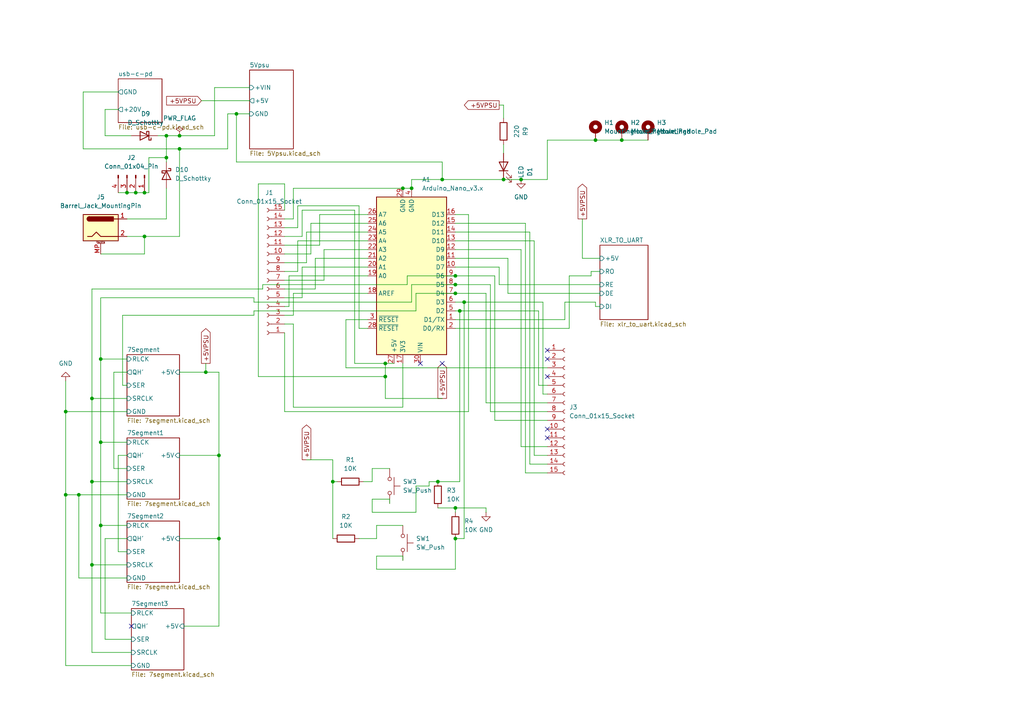
<source format=kicad_sch>
(kicad_sch (version 20231120) (generator "eeschema") (generator_version "8.0")
  (paper "A4")
  (lib_symbols
    (symbol "Connector:Barrel_Jack_MountingPin" (pin_names hide)
      (property "Reference" "J" (at 0 5.334 0))
      (property "Value" "Barrel_Jack_MountingPin" (at 1.27 -6.35 0))
      (symbol "Barrel_Jack_MountingPin_0_1"
        (rectangle (start -5.08 3.81) (end 5.08 -3.81) (stroke (width 0.254)) (fill (type background)))
        (arc (start -3.302 3.175) (mid -3.9343 2.54) (end -3.302 1.905) (stroke (width 0.254)))
        (arc (start -3.302 3.175) (mid -3.9343 2.54) (end -3.302 1.905) (stroke (width 0.254)) (fill (type outline)))
        (polyline (pts (xy 5.08 2.54) (xy 3.81 2.54)) (stroke (width 0.254)))
        (polyline (pts (xy -3.81 -2.54) (xy -2.54 -2.54) (xy -1.27 -1.27) (xy 0 -2.54) (xy 2.54 -2.54) (xy 5.08 -2.54)) (stroke (width 0.254)))
        (rectangle (start 3.683 3.175) (end -3.302 1.905) (stroke (width 0.254)) (fill (type outline)))
      )
      (symbol "Barrel_Jack_MountingPin_1_1"
        (polyline (pts (xy -1.016 -4.572) (xy 1.016 -4.572)) (stroke (width 0.1524)))
        (text "Mounting" (at 0 -4.191 0) (effects (font (size 0.381 0.381))))
        (pin passive line (at 7.62 2.54 180) (length 2.54) (name "~") (number "1"))
        (pin passive line (at 7.62 -2.54 180) (length 2.54) (name "~") (number "2"))
        (pin passive line (at 0 -7.62 90) (length 3.048) (name "MountPin") (number "MP"))
      )
    )
    (symbol "Connector:Conn_01x04_Pin" (pin_names (offset 1.016) hide)
      (property "Reference" "J" (at 0 5.08 0))
      (property "Value" "Conn_01x04_Pin" (at 0 -7.62 0))
      (symbol "Conn_01x04_Pin_1_1"
        (polyline (pts (xy 1.27 -5.08) (xy 0.8636 -5.08)) (stroke (width 0.1524)))
        (polyline (pts (xy 1.27 -2.54) (xy 0.8636 -2.54)) (stroke (width 0.1524)))
        (polyline (pts (xy 1.27 0) (xy 0.8636 0)) (stroke (width 0.1524)))
        (polyline (pts (xy 1.27 2.54) (xy 0.8636 2.54)) (stroke (width 0.1524)))
        (rectangle (start 0.8636 -4.953) (end 0 -5.207) (stroke (width 0.1524)) (fill (type outline)))
        (rectangle (start 0.8636 -2.413) (end 0 -2.667) (stroke (width 0.1524)) (fill (type outline)))
        (rectangle (start 0.8636 0.127) (end 0 -0.127) (stroke (width 0.1524)) (fill (type outline)))
        (rectangle (start 0.8636 2.667) (end 0 2.413) (stroke (width 0.1524)) (fill (type outline)))
        (pin passive line (at 5.08 2.54 180) (length 3.81) (name "Pin_1") (number "1"))
        (pin passive line (at 5.08 0 180) (length 3.81) (name "Pin_2") (number "2"))
        (pin passive line (at 5.08 -2.54 180) (length 3.81) (name "Pin_3") (number "3"))
        (pin passive line (at 5.08 -5.08 180) (length 3.81) (name "Pin_4") (number "4"))
      )
    )
    (symbol "Connector:Conn_01x15_Socket" (pin_names (offset 1.016) hide)
      (property "Reference" "J" (at 0 20.32 0))
      (property "Value" "Conn_01x15_Socket" (at 0 -20.32 0))
      (symbol "Conn_01x15_Socket_1_1"
        (arc (start 0 -17.272) (mid -0.5058 -17.78) (end 0 -18.288) (stroke (width 0.1524)))
        (arc (start 0 -14.732) (mid -0.5058 -15.24) (end 0 -15.748) (stroke (width 0.1524)))
        (arc (start 0 -12.192) (mid -0.5058 -12.7) (end 0 -13.208) (stroke (width 0.1524)))
        (arc (start 0 -9.652) (mid -0.5058 -10.16) (end 0 -10.668) (stroke (width 0.1524)))
        (arc (start 0 -7.112) (mid -0.5058 -7.62) (end 0 -8.128) (stroke (width 0.1524)))
        (arc (start 0 -4.572) (mid -0.5058 -5.08) (end 0 -5.588) (stroke (width 0.1524)))
        (arc (start 0 -2.032) (mid -0.5058 -2.54) (end 0 -3.048) (stroke (width 0.1524)))
        (polyline (pts (xy -1.27 -17.78) (xy -0.508 -17.78)) (stroke (width 0.1524)))
        (polyline (pts (xy -1.27 -15.24) (xy -0.508 -15.24)) (stroke (width 0.1524)))
        (polyline (pts (xy -1.27 -12.7) (xy -0.508 -12.7)) (stroke (width 0.1524)))
        (polyline (pts (xy -1.27 -10.16) (xy -0.508 -10.16)) (stroke (width 0.1524)))
        (polyline (pts (xy -1.27 -7.62) (xy -0.508 -7.62)) (stroke (width 0.1524)))
        (polyline (pts (xy -1.27 -5.08) (xy -0.508 -5.08)) (stroke (width 0.1524)))
        (polyline (pts (xy -1.27 -2.54) (xy -0.508 -2.54)) (stroke (width 0.1524)))
        (polyline (pts (xy -1.27 0) (xy -0.508 0)) (stroke (width 0.1524)))
        (polyline (pts (xy -1.27 2.54) (xy -0.508 2.54)) (stroke (width 0.1524)))
        (polyline (pts (xy -1.27 5.08) (xy -0.508 5.08)) (stroke (width 0.1524)))
        (polyline (pts (xy -1.27 7.62) (xy -0.508 7.62)) (stroke (width 0.1524)))
        (polyline (pts (xy -1.27 10.16) (xy -0.508 10.16)) (stroke (width 0.1524)))
        (polyline (pts (xy -1.27 12.7) (xy -0.508 12.7)) (stroke (width 0.1524)))
        (polyline (pts (xy -1.27 15.24) (xy -0.508 15.24)) (stroke (width 0.1524)))
        (polyline (pts (xy -1.27 17.78) (xy -0.508 17.78)) (stroke (width 0.1524)))
        (arc (start 0 0.508) (mid -0.5058 0) (end 0 -0.508) (stroke (width 0.1524)))
        (arc (start 0 3.048) (mid -0.5058 2.54) (end 0 2.032) (stroke (width 0.1524)))
        (arc (start 0 5.588) (mid -0.5058 5.08) (end 0 4.572) (stroke (width 0.1524)))
        (arc (start 0 8.128) (mid -0.5058 7.62) (end 0 7.112) (stroke (width 0.1524)))
        (arc (start 0 10.668) (mid -0.5058 10.16) (end 0 9.652) (stroke (width 0.1524)))
        (arc (start 0 13.208) (mid -0.5058 12.7) (end 0 12.192) (stroke (width 0.1524)))
        (arc (start 0 15.748) (mid -0.5058 15.24) (end 0 14.732) (stroke (width 0.1524)))
        (arc (start 0 18.288) (mid -0.5058 17.78) (end 0 17.272) (stroke (width 0.1524)))
        (pin passive line (at -5.08 17.78 0) (length 3.81) (name "Pin_1") (number "1"))
        (pin passive line (at -5.08 -5.08 0) (length 3.81) (name "Pin_10") (number "10"))
        (pin passive line (at -5.08 -7.62 0) (length 3.81) (name "Pin_11") (number "11"))
        (pin passive line (at -5.08 -10.16 0) (length 3.81) (name "Pin_12") (number "12"))
        (pin passive line (at -5.08 -12.7 0) (length 3.81) (name "Pin_13") (number "13"))
        (pin passive line (at -5.08 -15.24 0) (length 3.81) (name "Pin_14") (number "14"))
        (pin passive line (at -5.08 -17.78 0) (length 3.81) (name "Pin_15") (number "15"))
        (pin passive line (at -5.08 15.24 0) (length 3.81) (name "Pin_2") (number "2"))
        (pin passive line (at -5.08 12.7 0) (length 3.81) (name "Pin_3") (number "3"))
        (pin passive line (at -5.08 10.16 0) (length 3.81) (name "Pin_4") (number "4"))
        (pin passive line (at -5.08 7.62 0) (length 3.81) (name "Pin_5") (number "5"))
        (pin passive line (at -5.08 5.08 0) (length 3.81) (name "Pin_6") (number "6"))
        (pin passive line (at -5.08 2.54 0) (length 3.81) (name "Pin_7") (number "7"))
        (pin passive line (at -5.08 0 0) (length 3.81) (name "Pin_8") (number "8"))
        (pin passive line (at -5.08 -2.54 0) (length 3.81) (name "Pin_9") (number "9"))
      )
    )
    (symbol "Device:D_Schottky" (pin_numbers hide) (pin_names (offset 1.016) hide)
      (property "Reference" "D" (at 0 2.54 0))
      (property "Value" "D_Schottky" (at 0 -2.54 0))
      (symbol "D_Schottky_0_1"
        (polyline (pts (xy 1.27 0) (xy -1.27 0)))
        (polyline (pts (xy 1.27 1.27) (xy 1.27 -1.27) (xy -1.27 0) (xy 1.27 1.27)) (stroke (width 0.254)))
        (polyline (pts (xy -1.905 0.635) (xy -1.905 1.27) (xy -1.27 1.27) (xy -1.27 -1.27) (xy -0.635 -1.27) (xy -0.635 -0.635)) (stroke (width 0.254)))
      )
      (symbol "D_Schottky_1_1"
        (pin passive line (at -3.81 0 0) (length 2.54) (name "K") (number "1"))
        (pin passive line (at 3.81 0 180) (length 2.54) (name "A") (number "2"))
      )
    )
    (symbol "Device:LED" (pin_numbers hide) (pin_names (offset 1.016) hide)
      (property "Reference" "D" (at 0 2.54 0))
      (property "Value" "LED" (at 0 -2.54 0))
      (symbol "LED_0_1"
        (polyline (pts (xy -1.27 -1.27) (xy -1.27 1.27)) (stroke (width 0.254)))
        (polyline (pts (xy -1.27 0) (xy 1.27 0)))
        (polyline (pts (xy 1.27 -1.27) (xy 1.27 1.27) (xy -1.27 0) (xy 1.27 -1.27)) (stroke (width 0.254)))
        (polyline (pts (xy -3.048 -0.762) (xy -4.572 -2.286) (xy -3.81 -2.286) (xy -4.572 -2.286) (xy -4.572 -1.524)))
        (polyline (pts (xy -1.778 -0.762) (xy -3.302 -2.286) (xy -2.54 -2.286) (xy -3.302 -2.286) (xy -3.302 -1.524)))
      )
      (symbol "LED_1_1"
        (pin passive line (at -3.81 0 0) (length 2.54) (name "K") (number "1"))
        (pin passive line (at 3.81 0 180) (length 2.54) (name "A") (number "2"))
      )
    )
    (symbol "Device:R" (pin_numbers hide) (pin_names (offset 0))
      (property "Reference" "R" (at 2.032 0 90))
      (property "Value" "R" (at 0 0 90))
      (symbol "R_0_1"
        (rectangle (start -1.016 -2.54) (end 1.016 2.54) (stroke (width 0.254)))
      )
      (symbol "R_1_1"
        (pin passive line (at 0 3.81 270) (length 1.27) (name "~") (number "1"))
        (pin passive line (at 0 -3.81 90) (length 1.27) (name "~") (number "2"))
      )
    )
    (symbol "MCU_Module:Arduino_Nano_v3.x"
      (property "Reference" "A" (at -10.16 23.495 0))
      (property "Value" "Arduino_Nano_v3.x" (at 5.08 -24.13 0))
      (symbol "Arduino_Nano_v3.x_0_1"
        (rectangle (start -10.16 22.86) (end 10.16 -22.86) (stroke (width 0.254)) (fill (type background)))
      )
      (symbol "Arduino_Nano_v3.x_1_1"
        (pin bidirectional line (at -12.7 12.7 0) (length 2.54) (name "D1/TX") (number "1"))
        (pin bidirectional line (at -12.7 -2.54 0) (length 2.54) (name "D7") (number "10"))
        (pin bidirectional line (at -12.7 -5.08 0) (length 2.54) (name "D8") (number "11"))
        (pin bidirectional line (at -12.7 -7.62 0) (length 2.54) (name "D9") (number "12"))
        (pin bidirectional line (at -12.7 -10.16 0) (length 2.54) (name "D10") (number "13"))
        (pin bidirectional line (at -12.7 -12.7 0) (length 2.54) (name "D11") (number "14"))
        (pin bidirectional line (at -12.7 -15.24 0) (length 2.54) (name "D12") (number "15"))
        (pin bidirectional line (at -12.7 -17.78 0) (length 2.54) (name "D13") (number "16"))
        (pin power_out line (at 2.54 25.4 270) (length 2.54) (name "3V3") (number "17"))
        (pin input line (at 12.7 5.08 180) (length 2.54) (name "AREF") (number "18"))
        (pin bidirectional line (at 12.7 0 180) (length 2.54) (name "A0") (number "19"))
        (pin bidirectional line (at -12.7 15.24 0) (length 2.54) (name "D0/RX") (number "2"))
        (pin bidirectional line (at 12.7 -2.54 180) (length 2.54) (name "A1") (number "20"))
        (pin bidirectional line (at 12.7 -5.08 180) (length 2.54) (name "A2") (number "21"))
        (pin bidirectional line (at 12.7 -7.62 180) (length 2.54) (name "A3") (number "22"))
        (pin bidirectional line (at 12.7 -10.16 180) (length 2.54) (name "A4") (number "23"))
        (pin bidirectional line (at 12.7 -12.7 180) (length 2.54) (name "A5") (number "24"))
        (pin bidirectional line (at 12.7 -15.24 180) (length 2.54) (name "A6") (number "25"))
        (pin bidirectional line (at 12.7 -17.78 180) (length 2.54) (name "A7") (number "26"))
        (pin power_out line (at 5.08 25.4 270) (length 2.54) (name "+5V") (number "27"))
        (pin input line (at 12.7 15.24 180) (length 2.54) (name "~{RESET}") (number "28"))
        (pin power_in line (at 2.54 -25.4 90) (length 2.54) (name "GND") (number "29"))
        (pin input line (at 12.7 12.7 180) (length 2.54) (name "~{RESET}") (number "3"))
        (pin power_in line (at -2.54 25.4 270) (length 2.54) (name "VIN") (number "30"))
        (pin power_in line (at 0 -25.4 90) (length 2.54) (name "GND") (number "4"))
        (pin bidirectional line (at -12.7 10.16 0) (length 2.54) (name "D2") (number "5"))
        (pin bidirectional line (at -12.7 7.62 0) (length 2.54) (name "D3") (number "6"))
        (pin bidirectional line (at -12.7 5.08 0) (length 2.54) (name "D4") (number "7"))
        (pin bidirectional line (at -12.7 2.54 0) (length 2.54) (name "D5") (number "8"))
        (pin bidirectional line (at -12.7 0 0) (length 2.54) (name "D6") (number "9"))
      )
    )
    (symbol "Mechanical:MountingHole_Pad" (pin_numbers hide) (pin_names (offset 1.016) hide) (exclude_from_sim yes) (in_bom no)
      (property "Reference" "H" (at 0 6.35 0))
      (property "Value" "MountingHole_Pad" (at 0 4.445 0))
      (symbol "MountingHole_Pad_0_1"
        (circle (center 0 1.27) (radius 1.27) (stroke (width 1.27)))
      )
      (symbol "MountingHole_Pad_1_1"
        (pin input line (at 0 -2.54 90) (length 2.54) (name "1") (number "1"))
      )
    )
    (symbol "Switch:SW_Push" (pin_numbers hide) (pin_names (offset 1.016) hide)
      (property "Reference" "SW" (at 1.27 2.54 0))
      (property "Value" "SW_Push" (at 0 -1.524 0))
      (symbol "SW_Push_0_1"
        (circle (center -2.032 0) (radius 0.508))
        (polyline (pts (xy 0 1.27) (xy 0 3.048)))
        (polyline (pts (xy 2.54 1.27) (xy -2.54 1.27)))
        (circle (center 2.032 0) (radius 0.508))
        (pin passive line (at -5.08 0 0) (length 2.54) (name "1") (number "1"))
        (pin passive line (at 5.08 0 180) (length 2.54) (name "2") (number "2"))
      )
    )
    (symbol "power:GND" (power) (pin_numbers hide) (pin_names (offset 0) hide)
      (property "Value" "GND" (at 0 -3.81 0))
      (symbol "GND_0_1"
        (polyline (pts (xy 0 0) (xy 0 -1.27) (xy 1.27 -1.27) (xy 0 -2.54) (xy -1.27 -1.27) (xy 0 -1.27)))
      )
      (symbol "GND_1_1"
        (pin power_in line (at 0 0 270) (length 0) (name "~") (number "1"))
      )
    )
    (symbol "power:PWR_FLAG" (power) (pin_numbers hide) (pin_names (offset 0) hide)
      (property "Value" "PWR_FLAG" (at 0 3.81 0))
      (symbol "PWR_FLAG_0_0"
        (pin power_out line (at 0 0 90) (length 0) (name "~") (number "1"))
      )
      (symbol "PWR_FLAG_0_1"
        (polyline (pts (xy 0 0) (xy 0 1.27) (xy -1.016 1.905) (xy 0 2.54) (xy 1.016 1.905) (xy 0 1.27)))
      )
    )
  )
  (junction (at 48.26 39.37))
  (junction (at 19.05 143.51))
  (junction (at 111.76 109.22))
  (junction (at 41.91 68.58))
  (junction (at 36.83 55.88))
  (junction (at 63.5 156.21))
  (junction (at 68.58 33.02))
  (junction (at 26.67 139.7))
  (junction (at 29.21 152.4))
  (junction (at 41.91 55.88))
  (junction (at 39.37 55.88))
  (junction (at 111.76 105.41))
  (junction (at 134.62 87.63))
  (junction (at 59.69 107.95))
  (junction (at 52.07 43.18))
  (junction (at 96.52 139.7))
  (junction (at 172.72 40.64))
  (junction (at 151.13 52.07))
  (junction (at 180.34 40.64))
  (junction (at 19.05 119.38))
  (junction (at 52.07 39.37))
  (junction (at 26.67 163.83))
  (junction (at 48.26 45.72))
  (junction (at 29.21 104.14))
  (junction (at 132.08 80.01))
  (junction (at 29.21 128.27))
  (junction (at 22.86 143.51))
  (junction (at 128.27 52.07))
  (junction (at 116.84 54.61))
  (junction (at 119.38 54.61))
  (junction (at 133.35 90.17))
  (junction (at 127 139.7))
  (junction (at 146.05 52.07))
  (junction (at 132.08 82.55))
  (junction (at 63.5 132.08))
  (junction (at 132.08 156.21))
  (junction (at 132.08 147.32))
  (junction (at 132.08 85.09))
  (junction (at 26.67 115.57))
  (no_connect (at 128.27 105.41))
  (no_connect (at 158.75 104.14))
  (no_connect (at 121.92 105.41))
  (no_connect (at 158.75 124.46))
  (no_connect (at 38.1 181.61))
  (no_connect (at 158.75 109.22))
  (no_connect (at 158.75 127))
  (no_connect (at 158.75 101.6))
  (wire (pts (xy 26.67 115.57) (xy 26.67 139.7)))
  (wire (pts (xy 38.1 185.42) (xy 30.48 185.42)))
  (wire (pts (xy 68.58 33.02) (xy 72.39 33.02)))
  (wire (pts (xy 93.98 81.28) (xy 82.55 81.28)))
  (wire (pts (xy 48.26 39.37) (xy 48.26 45.72)))
  (wire (pts (xy 36.83 107.95) (xy 33.02 107.95)))
  (wire (pts (xy 144.78 77.47) (xy 144.78 82.55)))
  (wire (pts (xy 85.09 91.44) (xy 82.55 91.44)))
  (wire (pts (xy 85.09 118.11) (xy 85.09 93.98)))
  (wire (pts (xy 22.86 167.64) (xy 22.86 143.51)))
  (wire (pts (xy 124.46 140.97) (xy 124.46 139.7)))
  (wire (pts (xy 29.21 152.4) (xy 36.83 152.4)))
  (wire (pts (xy 52.07 156.21) (xy 63.5 156.21)))
  (wire (pts (xy 82.55 119.38) (xy 82.55 96.52)))
  (wire (pts (xy 52.07 107.95) (xy 59.69 107.95)))
  (wire (pts (xy 111.76 115.57) (xy 128.27 115.57)))
  (wire (pts (xy 19.05 143.51) (xy 19.05 119.38)))
  (wire (pts (xy 154.94 132.08) (xy 158.75 132.08)))
  (wire (pts (xy 106.68 67.31) (xy 88.9 67.31)))
  (wire (pts (xy 29.21 73.66) (xy 41.91 73.66)))
  (wire (pts (xy 140.97 116.84) (xy 158.75 116.84)))
  (wire (pts (xy 33.02 107.95) (xy 33.02 135.89)))
  (wire (pts (xy 180.34 40.64) (xy 187.96 40.64)))
  (wire (pts (xy 151.13 72.39) (xy 151.13 129.54)))
  (wire (pts (xy 63.5 156.21) (xy 63.5 181.61)))
  (wire (pts (xy 119.38 87.63) (xy 119.38 82.55)))
  (wire (pts (xy 109.22 165.1) (xy 132.08 165.1)))
  (wire (pts (xy 29.21 104.14) (xy 29.21 128.27)))
  (wire (pts (xy 68.58 46.99) (xy 68.58 33.02)))
  (wire (pts (xy 48.26 54.61) (xy 48.26 63.5)))
  (wire (pts (xy 119.38 54.61) (xy 119.38 52.07)))
  (wire (pts (xy 35.56 91.44) (xy 35.56 111.76)))
  (wire (pts (xy 102.87 60.96) (xy 87.63 60.96)))
  (wire (pts (xy 109.22 152.4) (xy 109.22 156.21)))
  (wire (pts (xy 134.62 87.63) (xy 157.48 87.63)))
  (wire (pts (xy 116.84 118.11) (xy 85.09 118.11)))
  (wire (pts (xy 29.21 86.36) (xy 29.21 104.14)))
  (wire (pts (xy 144.78 30.48) (xy 146.05 30.48)))
  (wire (pts (xy 132.08 90.17) (xy 133.35 90.17)))
  (wire (pts (xy 124.46 139.7) (xy 127 139.7)))
  (wire (pts (xy 74.93 109.22) (xy 111.76 109.22)))
  (wire (pts (xy 132.08 87.63) (xy 134.62 87.63)))
  (wire (pts (xy 82.55 53.34) (xy 74.93 53.34)))
  (wire (pts (xy 104.14 59.69) (xy 86.36 59.69)))
  (wire (pts (xy 157.48 87.63) (xy 157.48 114.3)))
  (wire (pts (xy 104.14 95.25) (xy 104.14 59.69)))
  (wire (pts (xy 132.08 156.21) (xy 134.62 156.21)))
  (wire (pts (xy 62.23 25.4) (xy 62.23 39.37)))
  (wire (pts (xy 52.07 43.18) (xy 52.07 68.58)))
  (wire (pts (xy 147.32 85.09) (xy 173.99 85.09)))
  (wire (pts (xy 133.35 90.17) (xy 156.21 90.17)))
  (wire (pts (xy 85.09 93.98) (xy 82.55 93.98)))
  (wire (pts (xy 62.23 25.4) (xy 72.39 25.4)))
  (wire (pts (xy 100.33 106.68) (xy 158.75 106.68)))
  (wire (pts (xy 36.83 111.76) (xy 35.56 111.76)))
  (wire (pts (xy 86.36 78.74) (xy 82.55 78.74)))
  (wire (pts (xy 132.08 74.93) (xy 147.32 74.93)))
  (wire (pts (xy 106.68 74.93) (xy 91.44 74.93)))
  (wire (pts (xy 171.45 78.74) (xy 171.45 80.01)))
  (wire (pts (xy 29.21 128.27) (xy 36.83 128.27)))
  (wire (pts (xy 52.07 43.18) (xy 66.04 43.18)))
  (wire (pts (xy 22.86 143.51) (xy 19.05 143.51)))
  (wire (pts (xy 59.69 107.95) (xy 63.5 107.95)))
  (wire (pts (xy 106.68 85.09) (xy 85.09 85.09)))
  (wire (pts (xy 87.63 77.47) (xy 87.63 86.36)))
  (wire (pts (xy 29.21 128.27) (xy 29.21 152.4)))
  (wire (pts (xy 144.78 82.55) (xy 173.99 82.55)))
  (wire (pts (xy 36.83 63.5) (xy 48.26 63.5)))
  (wire (pts (xy 104.14 156.21) (xy 109.22 156.21)))
  (wire (pts (xy 132.08 77.47) (xy 144.78 77.47)))
  (wire (pts (xy 113.03 135.89) (xy 107.95 135.89)))
  (wire (pts (xy 165.1 80.01) (xy 165.1 95.25)))
  (wire (pts (xy 127 147.32) (xy 132.08 147.32)))
  (wire (pts (xy 58.42 29.21) (xy 72.39 29.21)))
  (wire (pts (xy 88.9 67.31) (xy 88.9 76.2)))
  (wire (pts (xy 146.05 52.07) (xy 128.27 52.07)))
  (wire (pts (xy 88.9 133.35) (xy 96.52 133.35)))
  (wire (pts (xy 86.36 69.85) (xy 86.36 78.74)))
  (wire (pts (xy 132.08 62.23) (xy 135.89 62.23)))
  (wire (pts (xy 111.76 105.41) (xy 111.76 109.22)))
  (wire (pts (xy 120.65 148.59) (xy 120.65 140.97)))
  (wire (pts (xy 66.04 33.02) (xy 68.58 33.02)))
  (wire (pts (xy 158.75 52.07) (xy 151.13 52.07)))
  (wire (pts (xy 41.91 55.88) (xy 43.18 55.88)))
  (wire (pts (xy 90.17 64.77) (xy 90.17 73.66)))
  (wire (pts (xy 88.9 76.2) (xy 82.55 76.2)))
  (wire (pts (xy 106.68 95.25) (xy 104.14 95.25)))
  (wire (pts (xy 36.83 167.64) (xy 22.86 167.64)))
  (wire (pts (xy 132.08 147.32) (xy 132.08 148.59)))
  (wire (pts (xy 135.89 119.38) (xy 82.55 119.38)))
  (wire (pts (xy 105.41 139.7) (xy 107.95 139.7)))
  (wire (pts (xy 107.95 148.59) (xy 120.65 148.59)))
  (wire (pts (xy 30.48 156.21) (xy 30.48 185.42)))
  (wire (pts (xy 120.65 85.09) (xy 132.08 85.09)))
  (wire (pts (xy 106.68 69.85) (xy 86.36 69.85)))
  (wire (pts (xy 109.22 161.29) (xy 109.22 165.1)))
  (wire (pts (xy 30.48 31.75) (xy 30.48 39.37)))
  (wire (pts (xy 29.21 86.36) (xy 73.66 86.36)))
  (wire (pts (xy 73.66 90.17) (xy 120.65 90.17)))
  (wire (pts (xy 66.04 43.18) (xy 66.04 33.02)))
  (wire (pts (xy 73.66 86.36) (xy 73.66 87.63)))
  (wire (pts (xy 48.26 45.72) (xy 48.26 46.99)))
  (wire (pts (xy 85.09 54.61) (xy 116.84 54.61)))
  (wire (pts (xy 132.08 95.25) (xy 165.1 95.25)))
  (wire (pts (xy 33.02 135.89) (xy 36.83 135.89)))
  (wire (pts (xy 26.67 163.83) (xy 26.67 189.23)))
  (wire (pts (xy 128.27 52.07) (xy 128.27 46.99)))
  (wire (pts (xy 76.2 82.55) (xy 118.11 82.55)))
  (wire (pts (xy 53.34 181.61) (xy 63.5 181.61)))
  (wire (pts (xy 73.66 91.44) (xy 73.66 90.17)))
  (wire (pts (xy 132.08 92.71) (xy 163.83 92.71)))
  (wire (pts (xy 118.11 82.55) (xy 118.11 80.01)))
  (wire (pts (xy 91.44 83.82) (xy 82.55 83.82)))
  (wire (pts (xy 36.83 55.88) (xy 39.37 55.88)))
  (wire (pts (xy 29.21 104.14) (xy 36.83 104.14)))
  (wire (pts (xy 26.67 189.23) (xy 38.1 189.23)))
  (wire (pts (xy 26.67 83.82) (xy 26.67 115.57)))
  (wire (pts (xy 43.18 45.72) (xy 43.18 55.88)))
  (wire (pts (xy 168.91 74.93) (xy 173.99 74.93)))
  (wire (pts (xy 153.67 67.31) (xy 153.67 134.62)))
  (wire (pts (xy 26.67 115.57) (xy 36.83 115.57)))
  (wire (pts (xy 26.67 83.82) (xy 76.2 83.82)))
  (wire (pts (xy 41.91 68.58) (xy 36.83 68.58)))
  (wire (pts (xy 172.72 40.64) (xy 158.75 40.64)))
  (wire (pts (xy 96.52 133.35) (xy 96.52 139.7)))
  (wire (pts (xy 116.84 161.29) (xy 116.84 162.56)))
  (wire (pts (xy 106.68 92.71) (xy 100.33 92.71)))
  (wire (pts (xy 116.84 152.4) (xy 109.22 152.4)))
  (wire (pts (xy 142.24 82.55) (xy 142.24 119.38)))
  (wire (pts (xy 157.48 114.3) (xy 158.75 114.3)))
  (wire (pts (xy 153.67 134.62) (xy 158.75 134.62)))
  (wire (pts (xy 36.83 143.51) (xy 22.86 143.51)))
  (wire (pts (xy 107.95 135.89) (xy 107.95 139.7)))
  (wire (pts (xy 59.69 105.41) (xy 59.69 107.95)))
  (wire (pts (xy 143.51 121.92) (xy 158.75 121.92)))
  (wire (pts (xy 100.33 92.71) (xy 100.33 106.68)))
  (wire (pts (xy 83.82 80.01) (xy 83.82 88.9)))
  (wire (pts (xy 152.4 64.77) (xy 152.4 137.16)))
  (wire (pts (xy 132.08 82.55) (xy 142.24 82.55)))
  (wire (pts (xy 19.05 193.04) (xy 19.05 143.51)))
  (wire (pts (xy 91.44 74.93) (xy 91.44 83.82)))
  (wire (pts (xy 74.93 53.34) (xy 74.93 109.22)))
  (wire (pts (xy 120.65 140.97) (xy 124.46 140.97)))
  (wire (pts (xy 132.08 156.21) (xy 132.08 165.1)))
  (wire (pts (xy 142.24 119.38) (xy 158.75 119.38)))
  (wire (pts (xy 34.29 160.02) (xy 34.29 132.08)))
  (wire (pts (xy 52.07 39.37) (xy 62.23 39.37)))
  (wire (pts (xy 36.83 160.02) (xy 34.29 160.02)))
  (wire (pts (xy 102.87 105.41) (xy 102.87 60.96)))
  (wire (pts (xy 132.08 67.31) (xy 153.67 67.31)))
  (wire (pts (xy 146.05 30.48) (xy 146.05 34.29)))
  (wire (pts (xy 119.38 82.55) (xy 132.08 82.55)))
  (wire (pts (xy 85.09 63.5) (xy 82.55 63.5)))
  (wire (pts (xy 63.5 107.95) (xy 63.5 132.08)))
  (wire (pts (xy 45.72 39.37) (xy 48.26 39.37)))
  (wire (pts (xy 35.56 91.44) (xy 73.66 91.44)))
  (wire (pts (xy 120.65 90.17) (xy 120.65 85.09)))
  (wire (pts (xy 132.08 69.85) (xy 154.94 69.85)))
  (wire (pts (xy 29.21 177.8) (xy 38.1 177.8)))
  (wire (pts (xy 127 139.7) (xy 133.35 139.7)))
  (wire (pts (xy 41.91 73.66) (xy 41.91 68.58)))
  (wire (pts (xy 106.68 62.23) (xy 92.71 62.23)))
  (wire (pts (xy 132.08 85.09) (xy 140.97 85.09)))
  (wire (pts (xy 90.17 73.66) (xy 82.55 73.66)))
  (wire (pts (xy 165.1 80.01) (xy 171.45 80.01)))
  (wire (pts (xy 143.51 80.01) (xy 143.51 121.92)))
  (wire (pts (xy 168.91 63.5) (xy 168.91 74.93)))
  (wire (pts (xy 30.48 39.37) (xy 38.1 39.37)))
  (wire (pts (xy 114.3 105.41) (xy 111.76 105.41)))
  (wire (pts (xy 135.89 62.23) (xy 135.89 119.38)))
  (wire (pts (xy 172.72 88.9) (xy 173.99 88.9)))
  (wire (pts (xy 92.71 62.23) (xy 92.71 71.12)))
  (wire (pts (xy 26.67 163.83) (xy 36.83 163.83)))
  (wire (pts (xy 156.21 90.17) (xy 156.21 111.76)))
  (wire (pts (xy 85.09 85.09) (xy 85.09 91.44)))
  (wire (pts (xy 133.35 90.17) (xy 133.35 139.7)))
  (wire (pts (xy 39.37 55.88) (xy 41.91 55.88)))
  (wire (pts (xy 82.55 60.96) (xy 82.55 53.34)))
  (wire (pts (xy 24.13 26.67) (xy 24.13 43.18)))
  (wire (pts (xy 34.29 26.67) (xy 24.13 26.67)))
  (wire (pts (xy 48.26 39.37) (xy 52.07 39.37)))
  (wire (pts (xy 26.67 139.7) (xy 26.67 163.83)))
  (wire (pts (xy 97.79 139.7) (xy 96.52 139.7)))
  (wire (pts (xy 93.98 72.39) (xy 93.98 81.28)))
  (wire (pts (xy 34.29 55.88) (xy 36.83 55.88)))
  (wire (pts (xy 134.62 87.63) (xy 134.62 156.21)))
  (wire (pts (xy 172.72 40.64) (xy 180.34 40.64)))
  (wire (pts (xy 87.63 86.36) (xy 82.55 86.36)))
  (wire (pts (xy 147.32 74.93) (xy 147.32 85.09)))
  (wire (pts (xy 106.68 77.47) (xy 87.63 77.47)))
  (wire (pts (xy 63.5 132.08) (xy 63.5 156.21)))
  (wire (pts (xy 106.68 80.01) (xy 83.82 80.01)))
  (wire (pts (xy 113.03 144.78) (xy 113.03 146.05)))
  (wire (pts (xy 156.21 111.76) (xy 158.75 111.76)))
  (wire (pts (xy 163.83 92.71) (xy 163.83 87.63)))
  (wire (pts (xy 85.09 54.61) (xy 85.09 63.5)))
  (wire (pts (xy 24.13 43.18) (xy 52.07 43.18)))
  (wire (pts (xy 151.13 129.54) (xy 158.75 129.54)))
  (wire (pts (xy 86.36 59.69) (xy 86.36 66.04)))
  (wire (pts (xy 52.07 68.58) (xy 41.91 68.58)))
  (wire (pts (xy 106.68 72.39) (xy 93.98 72.39)))
  (wire (pts (xy 107.95 144.78) (xy 107.95 148.59)))
  (wire (pts (xy 52.07 132.08) (xy 63.5 132.08)))
  (wire (pts (xy 132.08 72.39) (xy 151.13 72.39)))
  (wire (pts (xy 34.29 31.75) (xy 30.48 31.75)))
  (wire (pts (xy 158.75 40.64) (xy 158.75 52.07)))
  (wire (pts (xy 111.76 109.22) (xy 111.76 115.57)))
  (wire (pts (xy 172.72 87.63) (xy 163.83 87.63)))
  (wire (pts (xy 106.68 64.77) (xy 90.17 64.77)))
  (wire (pts (xy 128.27 52.07) (xy 119.38 52.07)))
  (wire (pts (xy 38.1 193.04) (xy 19.05 193.04)))
  (wire (pts (xy 132.08 147.32) (xy 140.97 147.32)))
  (wire (pts (xy 146.05 41.91) (xy 146.05 44.45)))
  (wire (pts (xy 48.26 45.72) (xy 43.18 45.72)))
  (wire (pts (xy 171.45 78.74) (xy 173.99 78.74)))
  (wire (pts (xy 128.27 46.99) (xy 68.58 46.99)))
  (wire (pts (xy 96.52 139.7) (xy 96.52 156.21)))
  (wire (pts (xy 87.63 68.58) (xy 82.55 68.58)))
  (wire (pts (xy 154.94 69.85) (xy 154.94 132.08)))
  (wire (pts (xy 151.13 52.07) (xy 146.05 52.07)))
  (wire (pts (xy 116.84 105.41) (xy 116.84 118.11)))
  (wire (pts (xy 140.97 85.09) (xy 140.97 116.84)))
  (wire (pts (xy 36.83 156.21) (xy 30.48 156.21)))
  (wire (pts (xy 73.66 87.63) (xy 119.38 87.63)))
  (wire (pts (xy 92.71 71.12) (xy 82.55 71.12)))
  (wire (pts (xy 26.67 139.7) (xy 36.83 139.7)))
  (wire (pts (xy 83.82 88.9) (xy 82.55 88.9)))
  (wire (pts (xy 132.08 80.01) (xy 143.51 80.01)))
  (wire (pts (xy 19.05 119.38) (xy 36.83 119.38)))
  (wire (pts (xy 87.63 60.96) (xy 87.63 68.58)))
  (wire (pts (xy 29.21 152.4) (xy 29.21 177.8)))
  (wire (pts (xy 132.08 64.77) (xy 152.4 64.77)))
  (wire (pts (xy 34.29 132.08) (xy 36.83 132.08)))
  (wire (pts (xy 111.76 105.41) (xy 102.87 105.41)))
  (wire (pts (xy 152.4 137.16) (xy 158.75 137.16)))
  (wire (pts (xy 109.22 161.29) (xy 116.84 161.29)))
  (wire (pts (xy 172.72 88.9) (xy 172.72 87.63)))
  (wire (pts (xy 19.05 110.49) (xy 19.05 119.38)))
  (wire (pts (xy 86.36 66.04) (xy 82.55 66.04)))
  (wire (pts (xy 116.84 54.61) (xy 119.38 54.61)))
  (wire (pts (xy 118.11 80.01) (xy 132.08 80.01)))
  (wire (pts (xy 76.2 83.82) (xy 76.2 82.55)))
  (wire (pts (xy 140.97 147.32) (xy 140.97 148.59)))
  (wire (pts (xy 107.95 144.78) (xy 113.03 144.78)))
  (global_label "+5VPSU" (shape output) (at 168.91 63.5 90) (property "Intersheetrefs" "${INTERSHEET_REFS}" (effects (hide yes))))
  (global_label "+5VPSU" (shape input) (at 58.42 29.21 180) (property "Intersheetrefs" "${INTERSHEET_REFS}" (effects (hide yes))))
  (global_label "+5VPSU" (shape output) (at 128.27 115.57 90) (property "Intersheetrefs" "${INTERSHEET_REFS}" (effects (hide yes))))
  (global_label "+5VPSU" (shape output) (at 88.9 133.35 90) (property "Intersheetrefs" "${INTERSHEET_REFS}" (effects (hide yes))))
  (global_label "+5VPSU" (shape output) (at 144.78 30.48 180) (property "Intersheetrefs" "${INTERSHEET_REFS}" (effects (hide yes))))
  (global_label "+5VPSU" (shape output) (at 59.69 105.41 90) (property "Intersheetrefs" "${INTERSHEET_REFS}" (effects (hide yes))))
  (symbol (lib_id "Connector:Barrel_Jack_MountingPin") (at 29.21 66.04 0) (unit 1)
    (property "Reference" "J5" (at 29.21 57.15 0))
    (property "Value" "Barrel_Jack_MountingPin" (at 29.21 59.69 0))
    (property "Footprint" "Connector_BarrelJack:BarrelJack_CLIFF_FC681465S_SMT_Horizontal" (effects (hide yes)))
    (property "Description" "DC Barrel Jack with a mounting pin" (effects (hide yes)))
    (property "LCSC" "C2880543" (effects (hide yes)))
  )
  (symbol (lib_id "power:PWR_FLAG") (at 52.07 39.37 0) (unit 1)
    (property "Reference" "#FLG01" (effects (hide yes)))
    (property "Value" "PWR_FLAG" (at 52.07 34.29 0))
    (property "Description" "Special symbol for telling ERC where power comes from" (effects (hide yes)))
  )
  (symbol (lib_id "Switch:SW_Push") (at 116.84 157.48 270) (unit 1)
    (property "Reference" "SW1" (at 120.65 156.2099 90) (effects (justify left)))
    (property "Value" "SW_Push" (at 120.65 158.7499 90) (effects (justify left)))
    (property "Footprint" "Button_Switch_THT:SW_PUSH_6mm" (effects (hide yes)))
    (property "Description" "Push button switch, generic, two pins" (effects (hide yes)))
  )
  (symbol (lib_id "Connector:Conn_01x04_Pin") (at 39.37 50.8 270) (unit 1)
    (property "Reference" "J2" (at 38.1 45.72 90))
    (property "Value" "Conn_01x04_Pin" (at 38.1 48.26 90))
    (property "Footprint" "Connector_PinHeader_2.54mm:PinHeader_1x04_P2.54mm_Vertical" (effects (hide yes)))
    (property "Description" "Generic connector, single row, 01x04, script generated" (effects (hide yes)))
  )
  (symbol (lib_id "Device:R") (at 132.08 152.4 0) (unit 1)
    (property "Reference" "R4" (at 134.62 151.1299 0) (effects (justify left)))
    (property "Value" "10K" (at 134.62 153.6699 0) (effects (justify left)))
    (property "Footprint" "Resistor_SMD:R_0603_1608Metric" (effects (hide yes)))
    (property "Description" "Resistor" (effects (hide yes)))
  )
  (symbol (lib_id "power:GND") (at 140.97 148.59 0) (unit 1)
    (property "Reference" "#PWR0103" (effects (hide yes)))
    (property "Value" "GND" (at 140.97 153.67 0))
    (property "Description" "Power symbol creates a global label with name \"GND\" , ground" (effects (hide yes)))
  )
  (symbol (lib_id "Switch:SW_Push") (at 113.03 140.97 270) (unit 1)
    (property "Reference" "SW3" (at 116.84 139.6999 90) (effects (justify left)))
    (property "Value" "SW_Push" (at 116.84 142.2399 90) (effects (justify left)))
    (property "Footprint" "Button_Switch_THT:SW_PUSH_6mm" (effects (hide yes)))
    (property "Description" "Push button switch, generic, two pins" (effects (hide yes)))
  )
  (symbol (lib_id "power:GND") (at 151.13 52.07 0) (unit 1)
    (property "Reference" "#PWR0108" (effects (hide yes)))
    (property "Value" "GND" (at 151.13 57.15 0))
    (property "Description" "Power symbol creates a global label with name \"GND\" , ground" (effects (hide yes)))
  )
  (symbol (lib_id "Mechanical:MountingHole_Pad") (at 180.34 38.1 0) (unit 1) (exclude_from_sim yes) (in_bom no)
    (property "Reference" "H2" (at 182.88 35.5599 0) (effects (justify left)))
    (property "Value" "MountingHole_Pad" (at 182.88 38.0999 0) (effects (justify left)))
    (property "Footprint" "MountingHole:MountingHole_3.2mm_M3_DIN965_Pad" (effects (hide yes)))
    (property "Description" "Mounting Hole with connection" (effects (hide yes)))
  )
  (symbol (lib_id "Device:D_Schottky") (at 41.91 39.37 180) (unit 1)
    (property "Reference" "D9" (at 42.2275 33.02 0))
    (property "Value" "D_Schottky" (at 42.2275 35.56 0))
    (property "Footprint" "Diode_SMD:D_SMC" (effects (hide yes)))
    (property "Description" "Schottky diode" (effects (hide yes)))
    (property "LCSC" "C2898934" (effects (hide yes)))
  )
  (symbol (lib_id "Device:R") (at 101.6 139.7 270) (unit 1)
    (property "Reference" "R1" (at 101.6 133.35 90))
    (property "Value" "10K" (at 101.6 135.89 90))
    (property "Footprint" "Resistor_SMD:R_0603_1608Metric" (effects (hide yes)))
    (property "Description" "Resistor" (effects (hide yes)))
  )
  (symbol (lib_id "Connector:Conn_01x15_Socket") (at 77.47 78.74 180) (unit 1)
    (property "Reference" "J1" (at 78.105 55.88 0))
    (property "Value" "Conn_01x15_Socket" (at 78.105 58.42 0))
    (property "Footprint" "Connector_PinHeader_2.54mm:PinHeader_1x15_P2.54mm_Vertical" (effects (hide yes)))
    (property "Description" "Generic connector, single row, 01x15, script generated" (effects (hide yes)))
  )
  (symbol (lib_id "Device:R") (at 127 143.51 0) (unit 1)
    (property "Reference" "R3" (at 129.54 142.2399 0) (effects (justify left)))
    (property "Value" "10K" (at 129.54 144.7799 0) (effects (justify left)))
    (property "Footprint" "Resistor_SMD:R_0603_1608Metric" (effects (hide yes)))
    (property "Description" "Resistor" (effects (hide yes)))
  )
  (symbol (lib_id "power:GND") (at 19.05 110.49 180) (unit 1)
    (property "Reference" "#PWR0101" (effects (hide yes)))
    (property "Value" "GND" (at 19.05 105.41 0))
    (property "Description" "Power symbol creates a global label with name \"GND\" , ground" (effects (hide yes)))
  )
  (symbol (lib_id "Device:R") (at 100.33 156.21 90) (unit 1)
    (property "Reference" "R2" (at 100.33 149.86 90))
    (property "Value" "10K" (at 100.33 152.4 90))
    (property "Footprint" "Resistor_SMD:R_0603_1608Metric" (effects (hide yes)))
    (property "Description" "Resistor" (effects (hide yes)))
  )
  (symbol (lib_id "Connector:Conn_01x15_Socket") (at 163.83 119.38 0) (unit 1)
    (property "Reference" "J3" (at 165.1 118.1099 0) (effects (justify left)))
    (property "Value" "Conn_01x15_Socket" (at 165.1 120.6499 0) (effects (justify left)))
    (property "Footprint" "Connector_PinHeader_2.54mm:PinHeader_1x15_P2.54mm_Vertical" (effects (hide yes)))
    (property "Description" "Generic connector, single row, 01x15, script generated" (effects (hide yes)))
  )
  (symbol (lib_id "Mechanical:MountingHole_Pad") (at 187.96 38.1 0) (unit 1) (exclude_from_sim yes) (in_bom no)
    (property "Reference" "H3" (at 190.5 35.5599 0) (effects (justify left)))
    (property "Value" "MountingHole_Pad" (at 190.5 38.0999 0) (effects (justify left)))
    (property "Footprint" "MountingHole:MountingHole_3.2mm_M3_DIN965_Pad" (effects (hide yes)))
    (property "Description" "Mounting Hole with connection" (effects (hide yes)))
  )
  (symbol (lib_id "Device:R") (at 146.05 38.1 180) (unit 1)
    (property "Reference" "R9" (at 152.4 38.1 90))
    (property "Value" "220" (at 149.86 38.1 90))
    (property "Footprint" "Resistor_SMD:R_0402_1005Metric" (effects (hide yes)))
    (property "Datasheet" "https://wmsc.lcsc.com/wmsc/upload/file/pdf/v2/lcsc/2304140030_Ever-Ohms-Tech-CR0402F210RQ10_C429088.pdf" (effects (hide yes)))
    (property "Description" "Resistor" (effects (hide yes)))
    (property "LCSC" "C25091" (effects (hide yes)))
  )
  (symbol (lib_id "MCU_Module:Arduino_Nano_v3.x") (at 119.38 80.01 180) (unit 1)
    (property "Reference" "A1" (at 122.3965 52.07 0) (effects (justify right)))
    (property "Value" "Arduino_Nano_v3.x" (at 122.3965 54.61 0) (effects (justify right)))
    (property "Footprint" "Module:Arduino_Nano_WithMountingHoles" (effects (hide yes)))
    (property "Datasheet" "http://www.mouser.com/pdfdocs/Gravitech_Arduino_Nano3_0.pdf" (effects (hide yes)))
    (property "Description" "Arduino Nano v3.x" (effects (hide yes)))
  )
  (symbol (lib_id "Device:D_Schottky") (at 48.26 50.8 270) (unit 1)
    (property "Reference" "D10" (at 50.8 49.2124 90) (effects (justify left)))
    (property "Value" "D_Schottky" (at 50.8 51.7524 90) (effects (justify left)))
    (property "Footprint" "Diode_SMD:D_SMC" (effects (hide yes)))
    (property "Description" "Schottky diode" (effects (hide yes)))
    (property "LCSC" "C2898934" (effects (hide yes)))
  )
  (symbol (lib_id "Device:LED") (at 146.05 48.26 90) (unit 1)
    (property "Reference" "D1" (at 153.67 49.8475 0))
    (property "Value" "LED" (at 151.13 49.8475 0))
    (property "Footprint" "LED_SMD:LED_0603_1608Metric" (effects (hide yes)))
    (property "Datasheet" "https://wmsc.lcsc.com/wmsc/upload/file/pdf/v2/lcsc/2403281525_HONGLITRONIC-Hongli-Zhihui--HONGLITRONIC-PSC-1608U50GC-G4_C22371298.pdf" (effects (hide yes)))
    (property "Description" "Light emitting diode" (effects (hide yes)))
    (property "LCSC" "C434420" (effects (hide yes)))
  )
  (symbol (lib_id "Mechanical:MountingHole_Pad") (at 172.72 38.1 0) (unit 1) (exclude_from_sim yes) (in_bom no)
    (property "Reference" "H1" (at 175.26 35.5599 0) (effects (justify left)))
    (property "Value" "MountingHole_Pad" (at 175.26 38.0999 0) (effects (justify left)))
    (property "Footprint" "MountingHole:MountingHole_3.2mm_M3_DIN965_Pad" (effects (hide yes)))
    (property "Description" "Mounting Hole with connection" (effects (hide yes)))
  )
  (sheet (at 173.99 71.12) (size 13.97 21.59) (stroke (width 0.1524))
    (property "Sheetname" "XLR_TO_UART" (at 173.99 70.4084 0) (effects (justify left bottom)))
    (property "Sheetfile" "xlr_to_uart.kicad_sch" (at 173.99 93.2946 0) (effects (justify left top)))
    (pin "RO" input (at 173.99 78.74 180))
    (pin "RE" input (at 173.99 82.55 180))
    (pin "DI" input (at 173.99 88.9 180))
    (pin "DE" input (at 173.99 85.09 180))
    (pin "+5V" input (at 173.99 74.93 180))
  )
  (sheet (at 36.83 127) (size 15.24 17.78) (stroke (width 0.1524))
    (property "Sheetname" "7Segment1" (at 36.83 126.2884 0) (effects (justify left bottom)))
    (property "Sheetfile" "7segment.kicad_sch" (at 36.83 145.3646 0) (effects (justify left top)))
    (pin "RLCK" input (at 36.83 128.27 180))
    (pin "QH'" output (at 36.83 132.08 180))
    (pin "SER" input (at 36.83 135.89 180))
    (pin "SRCLK" input (at 36.83 139.7 180))
    (pin "+5V" input (at 52.07 132.08 0))
    (pin "GND" input (at 36.83 143.51 180))
  )
  (sheet (at 34.29 22.86) (size 12.7 12.7) (stroke (width 0.1524))
    (property "Sheetname" "usb-c-pd" (at 34.29 22.1484 0) (effects (justify left bottom)))
    (property "Sheetfile" "usb-c-pd.kicad_sch" (at 34.29 36.1446 0) (effects (justify left top)))
    (pin "GND" output (at 34.29 26.67 180))
    (pin "+20V" output (at 34.29 31.75 180))
  )
  (sheet (at 36.83 102.87) (size 15.24 17.78) (stroke (width 0.1524))
    (property "Sheetname" "7Segment" (at 36.83 102.1584 0) (effects (justify left bottom)))
    (property "Sheetfile" "7segment.kicad_sch" (at 36.83 121.2346 0) (effects (justify left top)))
    (pin "RLCK" input (at 36.83 104.14 180))
    (pin "QH'" output (at 36.83 107.95 180))
    (pin "SER" input (at 36.83 111.76 180))
    (pin "SRCLK" input (at 36.83 115.57 180))
    (pin "+5V" input (at 52.07 107.95 0))
    (pin "GND" input (at 36.83 119.38 180))
  )
  (sheet (at 36.83 151.13) (size 15.24 17.78) (stroke (width 0.1524))
    (property "Sheetname" "7Segment2" (at 36.83 150.4184 0) (effects (justify left bottom)))
    (property "Sheetfile" "7segment.kicad_sch" (at 36.83 169.4946 0) (effects (justify left top)))
    (pin "RLCK" input (at 36.83 152.4 180))
    (pin "QH'" output (at 36.83 156.21 180))
    (pin "SER" input (at 36.83 160.02 180))
    (pin "SRCLK" input (at 36.83 163.83 180))
    (pin "+5V" input (at 52.07 156.21 0))
    (pin "GND" input (at 36.83 167.64 180))
  )
  (sheet (at 72.39 20.32) (size 12.7 22.86) (stroke (width 0.1524))
    (property "Sheetname" "5Vpsu" (at 72.39 19.6084 0) (effects (justify left bottom)))
    (property "Sheetfile" "5Vpsu.kicad_sch" (at 72.39 43.7646 0) (effects (justify left top)))
    (pin "+VIN" input (at 72.39 25.4 180))
    (pin "+5V" output (at 72.39 29.21 180))
    (pin "GND" input (at 72.39 33.02 180))
  )
  (sheet (at 38.1 176.53) (size 15.24 17.78) (stroke (width 0.1524))
    (property "Sheetname" "7Segment3" (at 38.1 175.8184 0) (effects (justify left bottom)))
    (property "Sheetfile" "7segment.kicad_sch" (at 38.1 194.8946 0) (effects (justify left top)))
    (pin "RLCK" input (at 38.1 177.8 180))
    (pin "QH'" output (at 38.1 181.61 180))
    (pin "SER" input (at 38.1 185.42 180))
    (pin "SRCLK" input (at 38.1 189.23 180))
    (pin "+5V" input (at 53.34 181.61 0))
    (pin "GND" input (at 38.1 193.04 180))
  )
)
</source>
